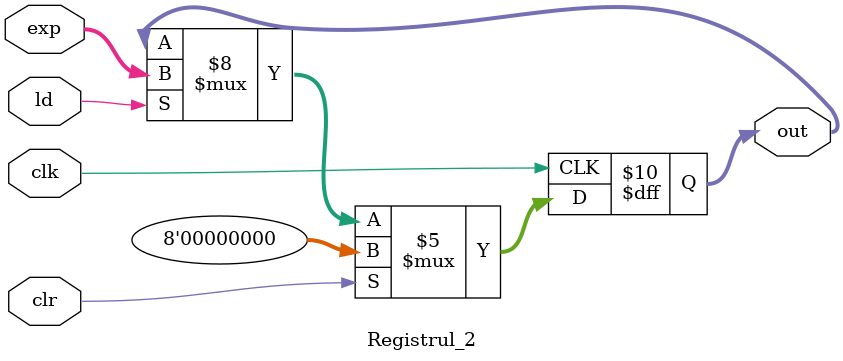
<source format=v>
`timescale 1ns / 1ps


module Registrul_2(
    input clk,
    input clr,
    input ld,
    input [7:0] exp,
    output reg [7:0] out
    );
    
    always @ (posedge clk)
    begin
        if (ld == 1) begin
            out = exp;
        end
        if (clr == 1) begin
            out = 0;
        end
    end
endmodule

</source>
